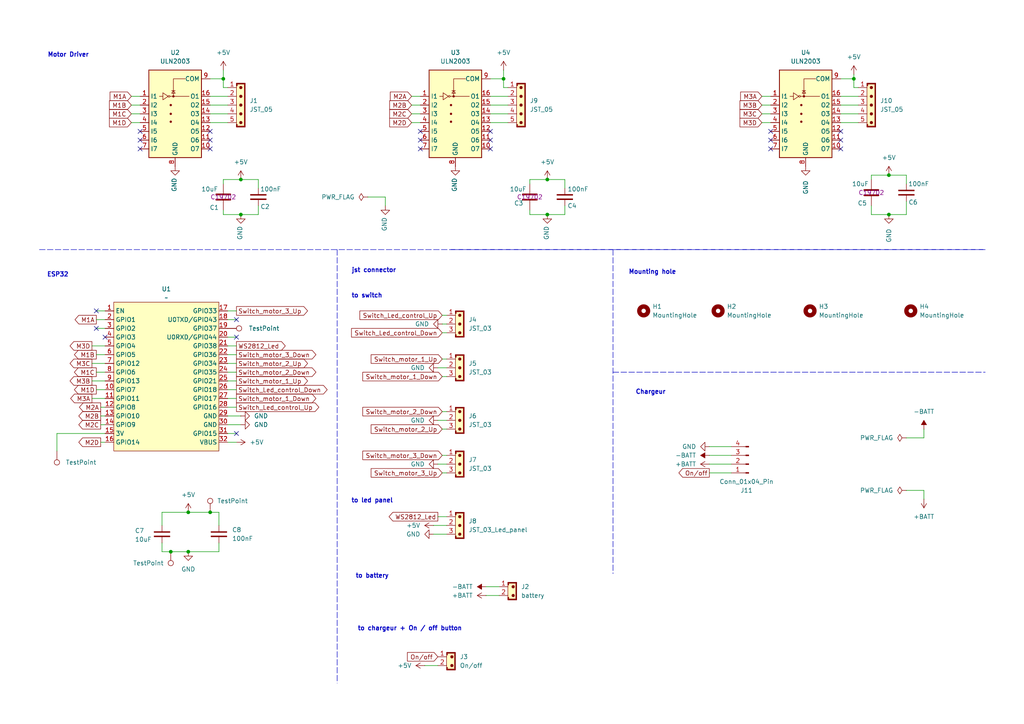
<source format=kicad_sch>
(kicad_sch (version 20250114) (generator "eeschema") (generator_version "9.0")
  (paper "A4")
  (title_block (title "Timer PCB") (date "27.05.25"))
  (lib_symbols
    (symbol "Connector:Conn_01x04_Pin" (pin_names (offset 1.016) (hide yes))
      (property "Reference" "J" (at 0 5.08 0))
      (property "Value" "Conn_01x04_Pin" (at 0 -7.62 0))
      (symbol "Conn_01x04_Pin_1_1"
        (rectangle (start 0.8636 2.667) (end 0 2.413) (stroke (width 0.1524)) (fill (type outline)))
        (rectangle (start 0.8636 0.127) (end 0 -0.127) (stroke (width 0.1524)) (fill (type outline)))
        (rectangle (start 0.8636 -2.413) (end 0 -2.667) (stroke (width 0.1524)) (fill (type outline)))
        (rectangle (start 0.8636 -4.953) (end 0 -5.207) (stroke (width 0.1524)) (fill (type outline)))
        (polyline (pts (xy 1.27 2.54) (xy 0.8636 2.54)) (stroke (width 0.1524)))
        (polyline (pts (xy 1.27 0) (xy 0.8636 0)) (stroke (width 0.1524)))
        (polyline (pts (xy 1.27 -2.54) (xy 0.8636 -2.54)) (stroke (width 0.1524)))
        (polyline (pts (xy 1.27 -5.08) (xy 0.8636 -5.08)) (stroke (width 0.1524)))
        (pin passive line (at 5.08 2.54 180) (length 3.81) (name "Pin_1") (number "1"))
        (pin passive line (at 5.08 0 180) (length 3.81) (name "Pin_2") (number "2"))
        (pin passive line (at 5.08 -2.54 180) (length 3.81) (name "Pin_3") (number "3"))
        (pin passive line (at 5.08 -5.08 180) (length 3.81) (name "Pin_4") (number "4"))
      )
    )
    (symbol "Connector:TestPoint" (pin_numbers (hide yes)) (pin_names (offset 0.762) (hide yes))
      (property "Reference" "TP" (at 0 6.858 0))
      (property "Value" "TestPoint" (at 0 5.08 0))
      (symbol "TestPoint_0_1"
        (circle (center 0 3.302) (radius 0.762))
      )
      (symbol "TestPoint_1_1"
        (pin passive line (at 0 0 90) (length 2.54) (name "1") (number "1"))
      )
    )
    (symbol "Device:C" (pin_numbers (hide yes)) (pin_names (offset 0.254))
      (property "Reference" "C" (at 0.635 2.54 0))
      (property "Value" "C" (at 0.635 -2.54 0))
      (symbol "C_0_1"
        (polyline (pts (xy -2.032 0.762) (xy 2.032 0.762)) (stroke (width 0.508)))
        (polyline (pts (xy -2.032 -0.762) (xy 2.032 -0.762)) (stroke (width 0.508)))
      )
      (symbol "C_1_1"
        (pin passive line (at 0 3.81 270) (length 2.794) (name "~") (number "1"))
        (pin passive line (at 0 -3.81 90) (length 2.794) (name "~") (number "2"))
      )
    )
    (symbol "Mechanical:MountingHole" (pin_names (offset 1.016)) (exclude_from_sim yes) (in_bom no)
      (property "Reference" "H" (at 0 5.08 0))
      (property "Value" "MountingHole" (at 0 3.175 0))
      (symbol "MountingHole_0_1"
        (circle (center 0 0) (radius 1.27) (stroke (width 1.27)))
      )
    )
    (symbol "PCM_SL_Connectors:JST_02"
      (property "Reference" "J" (at 0 7.62 0))
      (property "Value" "JST_02" (at 0 5.08 0))
      (symbol "JST_02_0_1"
        (rectangle (start -1.27 2.54) (end 1.27 -2.54) (fill (type background)))
        (polyline (pts (xy -1.27 -1.778) (xy -1.27 -2.54) (xy 1.27 -2.54) (xy 1.27 -1.778) (xy 1.016 -1.778) (xy 1.016 -2.286) (xy -1.016 -2.286) (xy -1.016 -1.778) (xy -1.27 -1.778)) (fill (type outline)))
        (circle (center 0.254 1.27) (radius 0.381) (fill (type outline)))
        (circle (center 0.254 -1.27) (radius 0.381) (fill (type outline)))
        (rectangle (start 1.016 1.778) (end 1.27 -1.778) (fill (type outline)))
        (polyline (pts (xy 1.27 1.778) (xy 1.27 2.54) (xy -1.27 2.54) (xy -1.27 1.778) (xy -1.016 1.778) (xy -1.016 2.286) (xy 1.016 2.286) (xy 1.016 1.778) (xy 1.27 1.778)) (fill (type outline)))
      )
      (symbol "JST_02_1_1"
        (pin passive line (at -3.81 1.27 0) (length 2.54) (name "") (number "1"))
        (pin passive line (at -3.81 -1.27 0) (length 2.54) (name "") (number "2"))
      )
    )
    (symbol "PCM_SL_Connectors:JST_03"
      (property "Reference" "J" (at 0 8.89 0))
      (property "Value" "JST_03" (at 0 6.35 0))
      (symbol "JST_03_0_1"
        (rectangle (start -1.27 3.81) (end 1.27 -3.81) (fill (type background)))
        (polyline (pts (xy -1.27 -3.048) (xy -1.27 -3.81) (xy 1.27 -3.81) (xy 1.27 -3.048) (xy 1.016 -3.048) (xy 1.016 -3.556) (xy -1.016 -3.556) (xy -1.016 -3.048) (xy -1.27 -3.048)) (fill (type outline)))
        (circle (center 0 2.54) (radius 0.381) (fill (type outline)))
        (circle (center 0 0) (radius 0.381) (fill (type outline)))
        (circle (center 0 -2.54) (radius 0.381) (fill (type outline)))
        (rectangle (start 1.016 3.048) (end 1.27 -3.048) (fill (type outline)))
        (polyline (pts (xy 1.27 3.048) (xy 1.27 3.81) (xy -1.27 3.81) (xy -1.27 3.048) (xy -1.016 3.048) (xy -1.016 3.556) (xy 1.016 3.556) (xy 1.016 3.048) (xy 1.27 3.048)) (fill (type outline)))
      )
      (symbol "JST_03_1_1"
        (pin passive line (at -3.81 2.54 0) (length 2.54) (name "") (number "1"))
        (pin passive line (at -3.81 0 0) (length 2.54) (name "") (number "2"))
        (pin passive line (at -3.81 -2.54 0) (length 2.54) (name "") (number "3"))
      )
    )
    (symbol "PCM_SL_Connectors:JST_05"
      (property "Reference" "J" (at 0 11.43 0))
      (property "Value" "JST_05" (at 0 8.89 0))
      (symbol "JST_05_0_1"
        (rectangle (start -1.27 6.35) (end 1.27 -6.35) (fill (type background)))
        (polyline (pts (xy -1.27 -5.588) (xy -1.27 -6.35) (xy 1.27 -6.35) (xy 1.27 -5.588) (xy 1.016 -5.588) (xy 1.016 -6.096) (xy -1.016 -6.096) (xy -1.016 -5.588) (xy -1.27 -5.588)) (fill (type outline)))
        (circle (center 0 5.08) (radius 0.381) (fill (type outline)))
        (circle (center 0 2.54) (radius 0.381) (fill (type outline)))
        (circle (center 0 0) (radius 0.381) (fill (type outline)))
        (circle (center 0 -2.54) (radius 0.381) (fill (type outline)))
        (circle (center 0 -5.08) (radius 0.381) (fill (type outline)))
        (rectangle (start 1.016 5.588) (end 1.27 -5.588) (fill (type outline)))
        (polyline (pts (xy 1.27 5.588) (xy 1.27 6.35) (xy -1.27 6.35) (xy -1.27 5.588) (xy -1.016 5.588) (xy -1.016 6.096) (xy 1.016 6.096) (xy 1.016 5.588) (xy 1.27 5.588)) (fill (type outline)))
      )
      (symbol "JST_05_1_1"
        (pin passive line (at -3.81 5.08 0) (length 2.54) (name "") (number "1"))
        (pin passive line (at -3.81 2.54 0) (length 2.54) (name "") (number "2"))
        (pin passive line (at -3.81 0 0) (length 2.54) (name "") (number "3"))
        (pin passive line (at -3.81 -2.54 0) (length 2.54) (name "") (number "4"))
        (pin passive line (at -3.81 -5.08 0) (length 2.54) (name "") (number "5"))
      )
    )
    (symbol "PCM_SL_Devices:Capacitor_NP"
      (property "Reference" "C" (at 0 6.35 0))
      (property "Value" "Capacitor_NP" (at 0 3.81 0))
      (symbol "Capacitor_NP_0_1"
        (rectangle (start -0.762 2.286) (end -0.508 -2.286) (fill (type outline)))
        (rectangle (start 0.508 2.286) (end 0.762 -2.286) (fill (type outline)))
      )
      (symbol "Capacitor_NP_1_1"
        (pin passive line (at -2.54 0 0) (length 2) (name "~") (number "1"))
        (pin input line (at 2.54 0 180) (length 2) (name "~") (number "2"))
      )
    )
    (symbol "Transistor_Array:ULN2003"
      (property "Reference" "U" (at 0 15.875 0))
      (property "Value" "ULN2003" (at 0 13.97 0))
      (symbol "ULN2003_0_1"
        (rectangle (start -7.62 -12.7) (end 7.62 12.7) (stroke (width 0.254)) (fill (type background)))
        (polyline (pts (xy -4.572 5.08) (xy -3.556 5.08)))
        (polyline (pts (xy -3.556 6.096) (xy -3.556 4.064) (xy -2.032 5.08) (xy -3.556 6.096)))
        (circle (center -1.778 5.08) (radius 0.254))
        (polyline (pts (xy -1.524 5.08) (xy 4.064 5.08)))
        (circle (center -1.27 2.54) (radius 0.254) (fill (type outline)))
        (circle (center -1.27 0) (radius 0.254) (fill (type outline)))
        (circle (center -1.27 -2.286) (radius 0.254) (fill (type outline)))
        (circle (center -0.508 5.08) (radius 0.254) (fill (type outline)))
        (polyline (pts (xy -0.508 5.08) (xy -0.508 10.16) (xy 2.921 10.16)))
        (polyline (pts (xy 0 6.731) (xy -1.016 6.731)))
        (polyline (pts (xy 0 5.969) (xy -1.016 5.969) (xy -0.508 6.731) (xy 0 5.969)))
      )
      (symbol "ULN2003_1_1"
        (pin input line (at -10.16 5.08 0) (length 2.54) (name "I1") (number "1"))
        (pin input line (at -10.16 2.54 0) (length 2.54) (name "I2") (number "2"))
        (pin input line (at -10.16 0 0) (length 2.54) (name "I3") (number "3"))
        (pin input line (at -10.16 -2.54 0) (length 2.54) (name "I4") (number "4"))
        (pin input line (at -10.16 -5.08 0) (length 2.54) (name "I5") (number "5"))
        (pin input line (at -10.16 -7.62 0) (length 2.54) (name "I6") (number "6"))
        (pin input line (at -10.16 -10.16 0) (length 2.54) (name "I7") (number "7"))
        (pin power_in line (at 0 -15.24 90) (length 2.54) (name "GND") (number "8"))
        (pin passive line (at 10.16 10.16 180) (length 2.54) (name "COM") (number "9"))
        (pin open_collector line (at 10.16 5.08 180) (length 2.54) (name "O1") (number "16"))
        (pin open_collector line (at 10.16 2.54 180) (length 2.54) (name "O2") (number "15"))
        (pin open_collector line (at 10.16 0 180) (length 2.54) (name "O3") (number "14"))
        (pin open_collector line (at 10.16 -2.54 180) (length 2.54) (name "O4") (number "13"))
        (pin open_collector line (at 10.16 -5.08 180) (length 2.54) (name "O5") (number "12"))
        (pin open_collector line (at 10.16 -7.62 180) (length 2.54) (name "O6") (number "11"))
        (pin open_collector line (at 10.16 -10.16 180) (length 2.54) (name "O7") (number "10"))
      )
    )
    (symbol "Weemos:S3-Mini"
      (property "Reference" "U" (at 0 0 0))
      (symbol "S3-Mini_1_1"
        (rectangle (start -15.24 21.59) (end 15.24 -21.59) (fill (type background)))
        (pin bidirectional line (at -17.78 19.05 0) (length 2.54) (name "EN") (number "1"))
        (pin bidirectional line (at -17.78 16.51 0) (length 2.54) (name "GPIO1") (number "2"))
        (pin bidirectional line (at -17.78 13.97 0) (length 2.54) (name "GPIO2") (number "3"))
        (pin bidirectional line (at -17.78 11.43 0) (length 2.54) (name "GPIO3") (number "4"))
        (pin bidirectional line (at -17.78 8.89 0) (length 2.54) (name "GPIO4") (number "5"))
        (pin bidirectional line (at -17.78 6.35 0) (length 2.54) (name "GPIO5") (number "6"))
        (pin bidirectional line (at -17.78 3.81 0) (length 2.54) (name "GPIO12") (number "7"))
        (pin bidirectional line (at -17.78 1.27 0) (length 2.54) (name "GPIO6") (number "8"))
        (pin bidirectional line (at -17.78 -1.27 0) (length 2.54) (name "GPIO13") (number "9"))
        (pin bidirectional line (at -17.78 -3.81 0) (length 2.54) (name "GPIO7") (number "10"))
        (pin bidirectional line (at -17.78 -6.35 0) (length 2.54) (name "GPIO11") (number "11"))
        (pin bidirectional line (at -17.78 -8.89 0) (length 2.54) (name "GPIO8") (number "12"))
        (pin bidirectional line (at -17.78 -11.43 0) (length 2.54) (name "GPIO10") (number "13"))
        (pin bidirectional line (at -17.78 -13.97 0) (length 2.54) (name "GPIO9") (number "14"))
        (pin power_out line (at -17.78 -16.51 0) (length 2.54) (name "3V") (number "15"))
        (pin bidirectional line (at -17.78 -19.05 0) (length 2.54) (name "GPIO14") (number "16"))
        (pin bidirectional line (at 17.78 19.05 180) (length 2.54) (name "GPIO33") (number "17"))
        (pin bidirectional line (at 17.78 16.51 180) (length 2.54) (name "U0TXD/GPIO43") (number "18"))
        (pin bidirectional line (at 17.78 13.97 180) (length 2.54) (name "GPIO37") (number "19"))
        (pin bidirectional line (at 17.78 11.43 180) (length 2.54) (name "U0RXD/GPIO44") (number "20"))
        (pin bidirectional line (at 17.78 8.89 180) (length 2.54) (name "GPIO38") (number "21"))
        (pin bidirectional line (at 17.78 6.35 180) (length 2.54) (name "GPIO36") (number "22"))
        (pin bidirectional line (at 17.78 3.81 180) (length 2.54) (name "GPIO34") (number "23"))
        (pin bidirectional line (at 17.78 1.27 180) (length 2.54) (name "GPIO35") (number "24"))
        (pin bidirectional line (at 17.78 -1.27 180) (length 2.54) (name "GPIO21") (number "25"))
        (pin bidirectional line (at 17.78 -3.81 180) (length 2.54) (name "GPIO18") (number "26"))
        (pin bidirectional line (at 17.78 -6.35 180) (length 2.54) (name "GPIO17") (number "27"))
        (pin bidirectional line (at 17.78 -8.89 180) (length 2.54) (name "GPIO16") (number "28"))
        (pin power_in line (at 17.78 -11.43 180) (length 2.54) (name "GND") (number "29"))
        (pin power_in line (at 17.78 -13.97 180) (length 2.54) (name "GND") (number "30"))
        (pin bidirectional line (at 17.78 -16.51 180) (length 2.54) (name "GPIO15") (number "31"))
        (pin power_in line (at 17.78 -19.05 180) (length 2.54) (name "VBUS") (number "32"))
      )
    )
    (symbol "power:+5V" (power) (pin_numbers (hide yes)) (pin_names (offset 0) (hide yes))
      (property "Value" "+5V" (at 0 3.556 0))
      (symbol "+5V_0_1"
        (polyline (pts (xy -0.762 1.27) (xy 0 2.54)))
        (polyline (pts (xy 0 2.54) (xy 0.762 1.27)))
        (polyline (pts (xy 0 0) (xy 0 2.54)))
      )
      (symbol "+5V_1_1"
        (pin power_in line (at 0 0 90) (length 0) (name "~") (number "1"))
      )
    )
    (symbol "power:+BATT" (power) (pin_numbers (hide yes)) (pin_names (offset 0) (hide yes))
      (property "Value" "+BATT" (at 0 3.556 0))
      (symbol "+BATT_0_1"
        (polyline (pts (xy -0.762 1.27) (xy 0 2.54)))
        (polyline (pts (xy 0 2.54) (xy 0.762 1.27)))
        (polyline (pts (xy 0 0) (xy 0 2.54)))
      )
      (symbol "+BATT_1_1"
        (pin power_in line (at 0 0 90) (length 0) (name "~") (number "1"))
      )
    )
    (symbol "power:-BATT" (power) (pin_numbers (hide yes)) (pin_names (offset 0) (hide yes))
      (property "Value" "-BATT" (at 0 3.556 0))
      (symbol "-BATT_0_1"
        (polyline (pts (xy 0 0) (xy 0 2.54)))
        (polyline (pts (xy 0.762 1.27) (xy -0.762 1.27) (xy 0 2.54) (xy 0.762 1.27)) (fill (type outline)))
      )
      (symbol "-BATT_1_1"
        (pin power_in line (at 0 0 90) (length 0) (name "~") (number "1"))
      )
    )
    (symbol "power:GND" (power) (pin_numbers (hide yes)) (pin_names (offset 0) (hide yes))
      (property "Value" "GND" (at 0 -3.81 0))
      (symbol "GND_0_1"
        (polyline (pts (xy 0 0) (xy 0 -1.27) (xy 1.27 -1.27) (xy 0 -2.54) (xy -1.27 -1.27) (xy 0 -1.27)))
      )
      (symbol "GND_1_1"
        (pin power_in line (at 0 0 270) (length 0) (name "~") (number "1"))
      )
    )
    (symbol "power:PWR_FLAG" (power) (pin_numbers (hide yes)) (pin_names (offset 0) (hide yes))
      (property "Value" "PWR_FLAG" (at 0 3.81 0))
      (symbol "PWR_FLAG_0_0"
        (pin power_out line (at 0 0 90) (length 0) (name "~") (number "1"))
      )
      (symbol "PWR_FLAG_0_1"
        (polyline (pts (xy 0 0) (xy 0 1.27) (xy -1.016 1.905) (xy 0 2.54) (xy 1.016 1.905) (xy 0 1.27)))
      )
    )
    (symbol "power:VCC" (power) (pin_numbers (hide yes)) (pin_names (offset 0) (hide yes))
      (property "Value" "VCC" (at 0 3.556 0))
      (symbol "VCC_0_1"
        (polyline (pts (xy -0.762 1.27) (xy 0 2.54)))
        (polyline (pts (xy 0 2.54) (xy 0.762 1.27)))
        (polyline (pts (xy 0 0) (xy 0 2.54)))
      )
      (symbol "VCC_1_1"
        (pin power_in line (at 0 0 90) (length 0) (name "~") (number "1"))
      )
    )
  )
  (text "Mounting hole\n" (at 189.23 78.994 0) (effects (font (size 1.27 1.27) (thickness 0.254) (bold yes))))
  (text "to led panel\n" (at 107.95 145.288 0) (effects (font (size 1.27 1.27) (thickness 0.254) (bold yes))))
  (text "Motor Driver\n" (at 19.812 16.002 0) (effects (font (size 1.27 1.27) (thickness 0.254) (bold yes))))
  (text "to chargeur + On / off button\n" (at 118.872 182.372 0) (effects (font (size 1.27 1.27) (thickness 0.254) (bold yes))))
  (text "jst connector\n" (at 108.458 78.486 0) (effects (font (size 1.27 1.27) (thickness 0.254) (bold yes))))
  (text "Chargeur" (at 188.722 113.792 0) (effects (font (size 1.27 1.27) (thickness 0.254) (bold yes))))
  (text "to battery\n\n" (at 107.95 168.148 0) (effects (font (size 1.27 1.27) (thickness 0.254) (bold yes))))
  (text "to switch\n" (at 106.426 85.852 0) (effects (font (size 1.27 1.27) (thickness 0.254) (bold yes))))
  (text "ESP32\n" (at 16.764 79.756 0) (effects (font (size 1.27 1.27) (thickness 0.254) (bold yes))))
  (junction (at 60.96 148.59))
  (junction (at 64.77 22.86))
  (junction (at 54.61 148.59))
  (junction (at 49.53 160.02))
  (junction (at 257.81 62.23))
  (junction (at 54.61 160.02))
  (junction (at 158.75 52.07))
  (junction (at 69.85 62.23))
  (junction (at 146.05 22.86))
  (junction (at 158.75 62.23))
  (junction (at 257.81 50.8))
  (junction (at 69.85 52.07))
  (junction (at 247.65 22.86))
  (no_connect (at 40.64 43.18))
  (no_connect (at 40.64 38.1))
  (no_connect (at 60.96 40.64))
  (no_connect (at 142.24 40.64))
  (no_connect (at 121.92 38.1))
  (no_connect (at 243.84 38.1))
  (no_connect (at 142.24 38.1))
  (no_connect (at 223.52 38.1))
  (no_connect (at 121.92 43.18))
  (no_connect (at 243.84 40.64))
  (no_connect (at 243.84 43.18))
  (no_connect (at 40.64 40.64))
  (no_connect (at 223.52 40.64))
  (no_connect (at 27.94 90.17))
  (no_connect (at 60.96 43.18))
  (no_connect (at 60.96 38.1))
  (no_connect (at 30.48 97.79))
  (no_connect (at 68.58 97.79))
  (no_connect (at 68.58 92.71))
  (no_connect (at 142.24 43.18))
  (no_connect (at 68.58 125.73))
  (no_connect (at 223.52 43.18))
  (no_connect (at 27.94 95.25))
  (no_connect (at 121.92 40.64))
  (wire (pts (xy 243.84 27.94) (xy 248.92 27.94)))
  (wire (pts (xy 26.67 100.33) (xy 30.48 100.33)))
  (wire (pts (xy 66.04 120.65) (xy 69.85 120.65)))
  (wire (pts (xy 128.27 104.14) (xy 129.54 104.14)))
  (wire (pts (xy 54.61 148.59) (xy 60.96 148.59)))
  (wire (pts (xy 248.92 35.56) (xy 243.84 35.56)))
  (wire (pts (xy 66.04 97.79) (xy 68.58 97.79)))
  (wire (pts (xy 128.27 132.08) (xy 129.54 132.08)))
  (wire (pts (xy 252.73 52.07) (xy 252.73 50.8)))
  (wire (pts (xy 60.96 33.02) (xy 66.04 33.02)))
  (wire (pts (xy 64.77 62.23) (xy 64.77 60.96)))
  (wire (pts (xy 38.1 33.02) (xy 40.64 33.02)))
  (wire (pts (xy 243.84 30.48) (xy 248.92 30.48)))
  (wire (pts (xy 142.24 33.02) (xy 147.32 33.02)))
  (wire (pts (xy 128.27 96.52) (xy 129.54 96.52)))
  (wire (pts (xy 128.27 137.16) (xy 129.54 137.16)))
  (wire (pts (xy 111.76 57.15) (xy 111.76 59.69)))
  (wire (pts (xy 220.98 35.56) (xy 223.52 35.56)))
  (wire (pts (xy 38.1 27.94) (xy 40.64 27.94)))
  (wire (pts (xy 66.04 113.03) (xy 68.58 113.03)))
  (wire (pts (xy 27.94 113.03) (xy 30.48 113.03)))
  (polyline (pts (xy 177.8 107.95) (xy 285.75 107.95)) (stroke (width 0) (type dash)))
  (wire (pts (xy 27.94 92.71) (xy 30.48 92.71)))
  (wire (pts (xy 46.99 157.48) (xy 46.99 160.02)))
  (wire (pts (xy 146.05 22.86) (xy 146.05 20.32)))
  (wire (pts (xy 66.04 90.17) (xy 68.58 90.17)))
  (wire (pts (xy 163.83 59.69) (xy 163.83 62.23)))
  (wire (pts (xy 66.04 125.73) (xy 68.58 125.73)))
  (wire (pts (xy 66.04 35.56) (xy 60.96 35.56)))
  (wire (pts (xy 66.04 128.27) (xy 68.58 128.27)))
  (wire (pts (xy 146.05 25.4) (xy 147.32 25.4)))
  (wire (pts (xy 220.98 27.94) (xy 223.52 27.94)))
  (wire (pts (xy 123.19 193.04) (xy 127 193.04)))
  (wire (pts (xy 142.24 27.94) (xy 147.32 27.94)))
  (wire (pts (xy 66.04 118.11) (xy 68.58 118.11)))
  (wire (pts (xy 64.77 25.4) (xy 66.04 25.4)))
  (polyline (pts (xy 97.79 72.39) (xy 97.79 198.12)) (stroke (width 0) (type dash)))
  (wire (pts (xy 27.94 90.17) (xy 30.48 90.17)))
  (polyline (pts (xy 177.8 72.39) (xy 177.8 166.37)) (stroke (width 0) (type dash)))
  (wire (pts (xy 26.67 115.57) (xy 30.48 115.57)))
  (wire (pts (xy 119.38 27.94) (xy 121.92 27.94)))
  (wire (pts (xy 262.89 58.42) (xy 262.89 62.23)))
  (wire (pts (xy 247.65 22.86) (xy 247.65 21.59)))
  (wire (pts (xy 66.04 100.33) (xy 68.58 100.33)))
  (polyline (pts (xy 130.81 72.39) (xy 285.75 72.39)) (stroke (width 0) (type dash)))
  (wire (pts (xy 205.74 134.62) (xy 212.09 134.62)))
  (polyline (pts (xy 11.43 72.39) (xy 285.75 72.39)) (stroke (width 0) (type dash)))
  (wire (pts (xy 16.51 130.81) (xy 16.51 125.73)))
  (wire (pts (xy 153.67 62.23) (xy 158.75 62.23)))
  (wire (pts (xy 60.96 30.48) (xy 66.04 30.48)))
  (wire (pts (xy 60.96 27.94) (xy 66.04 27.94)))
  (wire (pts (xy 27.94 95.25) (xy 30.48 95.25)))
  (wire (pts (xy 60.96 22.86) (xy 64.77 22.86)))
  (wire (pts (xy 46.99 148.59) (xy 54.61 148.59)))
  (wire (pts (xy 27.94 102.87) (xy 30.48 102.87)))
  (wire (pts (xy 69.85 52.07) (xy 74.93 52.07)))
  (wire (pts (xy 205.74 129.54) (xy 212.09 129.54)))
  (wire (pts (xy 29.21 123.19) (xy 30.48 123.19)))
  (wire (pts (xy 153.67 53.34) (xy 153.67 52.07)))
  (wire (pts (xy 66.04 107.95) (xy 68.58 107.95)))
  (wire (pts (xy 163.83 52.07) (xy 163.83 54.61)))
  (wire (pts (xy 252.73 59.69) (xy 252.73 62.23)))
  (wire (pts (xy 220.98 33.02) (xy 223.52 33.02)))
  (wire (pts (xy 127 149.86) (xy 129.54 149.86)))
  (wire (pts (xy 27.94 107.95) (xy 30.48 107.95)))
  (wire (pts (xy 66.04 92.71) (xy 68.58 92.71)))
  (wire (pts (xy 46.99 148.59) (xy 46.99 152.4)))
  (wire (pts (xy 64.77 52.07) (xy 69.85 52.07)))
  (wire (pts (xy 142.24 30.48) (xy 147.32 30.48)))
  (wire (pts (xy 38.1 35.56) (xy 40.64 35.56)))
  (wire (pts (xy 29.21 128.27) (xy 30.48 128.27)))
  (wire (pts (xy 29.21 120.65) (xy 30.48 120.65)))
  (wire (pts (xy 63.5 157.48) (xy 63.5 160.02)))
  (wire (pts (xy 243.84 33.02) (xy 248.92 33.02)))
  (wire (pts (xy 46.99 160.02) (xy 49.53 160.02)))
  (wire (pts (xy 163.83 62.23) (xy 158.75 62.23)))
  (wire (pts (xy 69.85 62.23) (xy 64.77 62.23)))
  (wire (pts (xy 127 121.92) (xy 129.54 121.92)))
  (wire (pts (xy 262.89 142.24) (xy 267.97 142.24)))
  (wire (pts (xy 158.75 52.07) (xy 163.83 52.07)))
  (wire (pts (xy 64.77 20.32) (xy 64.77 22.86)))
  (wire (pts (xy 66.04 115.57) (xy 68.58 115.57)))
  (wire (pts (xy 74.93 59.69) (xy 74.93 62.23)))
  (wire (pts (xy 119.38 30.48) (xy 121.92 30.48)))
  (wire (pts (xy 128.27 124.46) (xy 129.54 124.46)))
  (wire (pts (xy 146.05 25.4) (xy 146.05 22.86)))
  (wire (pts (xy 66.04 102.87) (xy 68.58 102.87)))
  (wire (pts (xy 153.67 52.07) (xy 158.75 52.07)))
  (wire (pts (xy 140.97 170.18) (xy 144.78 170.18)))
  (wire (pts (xy 74.93 62.23) (xy 69.85 62.23)))
  (wire (pts (xy 66.04 105.41) (xy 68.58 105.41)))
  (wire (pts (xy 119.38 35.56) (xy 121.92 35.56)))
  (wire (pts (xy 49.53 160.02) (xy 54.61 160.02)))
  (wire (pts (xy 144.78 172.72) (xy 140.97 172.72)))
  (wire (pts (xy 257.81 62.23) (xy 252.73 62.23)))
  (wire (pts (xy 128.27 93.98) (xy 129.54 93.98)))
  (wire (pts (xy 262.89 62.23) (xy 257.81 62.23)))
  (wire (pts (xy 243.84 22.86) (xy 247.65 22.86)))
  (wire (pts (xy 66.04 110.49) (xy 68.58 110.49)))
  (wire (pts (xy 205.74 137.16) (xy 212.09 137.16)))
  (wire (pts (xy 29.21 118.11) (xy 30.48 118.11)))
  (wire (pts (xy 267.97 142.24) (xy 267.97 144.78)))
  (wire (pts (xy 63.5 148.59) (xy 63.5 152.4)))
  (wire (pts (xy 125.73 154.94) (xy 129.54 154.94)))
  (wire (pts (xy 128.27 119.38) (xy 129.54 119.38)))
  (wire (pts (xy 262.89 127) (xy 267.97 127)))
  (wire (pts (xy 64.77 53.34) (xy 64.77 52.07)))
  (wire (pts (xy 106.68 57.15) (xy 111.76 57.15)))
  (wire (pts (xy 128.27 109.22) (xy 129.54 109.22)))
  (wire (pts (xy 127 106.68) (xy 129.54 106.68)))
  (wire (pts (xy 26.67 105.41) (xy 30.48 105.41)))
  (wire (pts (xy 125.73 152.4) (xy 129.54 152.4)))
  (wire (pts (xy 16.51 125.73) (xy 30.48 125.73)))
  (wire (pts (xy 262.89 50.8) (xy 262.89 53.34)))
  (wire (pts (xy 119.38 33.02) (xy 121.92 33.02)))
  (wire (pts (xy 127 134.62) (xy 129.54 134.62)))
  (wire (pts (xy 38.1 30.48) (xy 40.64 30.48)))
  (wire (pts (xy 147.32 35.56) (xy 142.24 35.56)))
  (wire (pts (xy 74.93 52.07) (xy 74.93 54.61)))
  (wire (pts (xy 205.74 132.08) (xy 212.09 132.08)))
  (wire (pts (xy 66.04 123.19) (xy 69.85 123.19)))
  (wire (pts (xy 247.65 25.4) (xy 247.65 22.86)))
  (wire (pts (xy 267.97 124.46) (xy 267.97 127)))
  (wire (pts (xy 128.27 91.44) (xy 129.54 91.44)))
  (wire (pts (xy 60.96 148.59) (xy 63.5 148.59)))
  (wire (pts (xy 220.98 30.48) (xy 223.52 30.48)))
  (wire (pts (xy 64.77 25.4) (xy 64.77 22.86)))
  (wire (pts (xy 247.65 25.4) (xy 248.92 25.4)))
  (wire (pts (xy 153.67 60.96) (xy 153.67 62.23)))
  (wire (pts (xy 54.61 160.02) (xy 63.5 160.02)))
  (wire (pts (xy 252.73 50.8) (xy 257.81 50.8)))
  (wire (pts (xy 26.67 110.49) (xy 30.48 110.49)))
  (wire (pts (xy 257.81 50.8) (xy 262.89 50.8)))
  (wire (pts (xy 142.24 22.86) (xy 146.05 22.86)))
  (global_label "Switch_motor_3_Up" (shape input) (at 128.27 137.16 180) (property "Intersheetrefs" "${INTERSHEET_REFS}" (effects (hide yes))))
  (global_label "M2C" (shape input) (at 119.38 33.02 180) (property "Intersheetrefs" "${INTERSHEET_REFS}" (effects (hide yes))))
  (global_label "Switch_motor_1_Up" (shape input) (at 128.27 104.14 180) (property "Intersheetrefs" "${INTERSHEET_REFS}" (effects (hide yes))))
  (global_label "M1C" (shape input) (at 38.1 33.02 180) (property "Intersheetrefs" "${INTERSHEET_REFS}" (effects (hide yes))))
  (global_label "Switch_Led_control_Down" (shape output) (at 68.58 113.03 0) (property "Intersheetrefs" "${INTERSHEET_REFS}" (effects (hide yes))))
  (global_label "M2D" (shape output) (at 29.21 128.27 180) (property "Intersheetrefs" "${INTERSHEET_REFS}" (effects (hide yes))))
  (global_label "On{slash}off" (shape input) (at 127 190.5 180) (property "Intersheetrefs" "${INTERSHEET_REFS}" (effects (hide yes))))
  (global_label "Switch_Led_control_Down" (shape input) (at 128.27 96.52 180) (property "Intersheetrefs" "${INTERSHEET_REFS}" (effects (hide yes))))
  (global_label "WS2812_Led" (shape output) (at 68.58 100.33 0) (property "Intersheetrefs" "${INTERSHEET_REFS}" (effects (hide yes))))
  (global_label "On{slash}off" (shape output) (at 205.74 137.16 180) (property "Intersheetrefs" "${INTERSHEET_REFS}" (effects (hide yes))))
  (global_label "Switch_Led_control_Up" (shape input) (at 128.27 91.44 180) (property "Intersheetrefs" "${INTERSHEET_REFS}" (effects (hide yes))))
  (global_label "M1A" (shape input) (at 38.1 27.94 180) (property "Intersheetrefs" "${INTERSHEET_REFS}" (effects (hide yes))))
  (global_label "Switch_motor_2_Up" (shape input) (at 128.27 124.46 180) (property "Intersheetrefs" "${INTERSHEET_REFS}" (effects (hide yes))))
  (global_label "M1B" (shape output) (at 27.94 102.87 180) (property "Intersheetrefs" "${INTERSHEET_REFS}" (effects (hide yes))))
  (global_label "M2B" (shape input) (at 119.38 30.48 180) (property "Intersheetrefs" "${INTERSHEET_REFS}" (effects (hide yes))))
  (global_label "M3B" (shape output) (at 26.67 110.49 180) (property "Intersheetrefs" "${INTERSHEET_REFS}" (effects (hide yes))))
  (global_label "Switch_motor_3_Down" (shape output) (at 68.58 102.87 0) (property "Intersheetrefs" "${INTERSHEET_REFS}" (effects (hide yes))))
  (global_label "M3A" (shape output) (at 26.67 115.57 180) (property "Intersheetrefs" "${INTERSHEET_REFS}" (effects (hide yes))))
  (global_label "M2B" (shape output) (at 29.21 120.65 180) (property "Intersheetrefs" "${INTERSHEET_REFS}" (effects (hide yes))))
  (global_label "M1C" (shape output) (at 27.94 107.95 180) (property "Intersheetrefs" "${INTERSHEET_REFS}" (effects (hide yes))))
  (global_label "WS2812_Led" (shape output) (at 127 149.86 180) (property "Intersheetrefs" "${INTERSHEET_REFS}" (effects (hide yes))))
  (global_label "M1A" (shape output) (at 27.94 92.71 180) (property "Intersheetrefs" "${INTERSHEET_REFS}" (effects (hide yes))))
  (global_label "M3D" (shape output) (at 26.67 100.33 180) (property "Intersheetrefs" "${INTERSHEET_REFS}" (effects (hide yes))))
  (global_label "M1D" (shape input) (at 38.1 35.56 180) (property "Intersheetrefs" "${INTERSHEET_REFS}" (effects (hide yes))))
  (global_label "M3A" (shape input) (at 220.98 27.94 180) (property "Intersheetrefs" "${INTERSHEET_REFS}" (effects (hide yes))))
  (global_label "Switch_motor_1_Up" (shape output) (at 68.58 110.49 0) (property "Intersheetrefs" "${INTERSHEET_REFS}" (effects (hide yes))))
  (global_label "Switch_motor_3_Up" (shape output) (at 68.58 90.17 0) (property "Intersheetrefs" "${INTERSHEET_REFS}" (effects (hide yes))))
  (global_label "Switch_motor_1_Down" (shape output) (at 68.58 115.57 0) (property "Intersheetrefs" "${INTERSHEET_REFS}" (effects (hide yes))))
  (global_label "M1D" (shape output) (at 27.94 113.03 180) (property "Intersheetrefs" "${INTERSHEET_REFS}" (effects (hide yes))))
  (global_label "M3D" (shape input) (at 220.98 35.56 180) (property "Intersheetrefs" "${INTERSHEET_REFS}" (effects (hide yes))))
  (global_label "M2D" (shape input) (at 119.38 35.56 180) (property "Intersheetrefs" "${INTERSHEET_REFS}" (effects (hide yes))))
  (global_label "Switch_motor_1_Down" (shape input) (at 128.27 109.22 180) (property "Intersheetrefs" "${INTERSHEET_REFS}" (effects (hide yes))))
  (global_label "M3C" (shape input) (at 220.98 33.02 180) (property "Intersheetrefs" "${INTERSHEET_REFS}" (effects (hide yes))))
  (global_label "M3B" (shape input) (at 220.98 30.48 180) (property "Intersheetrefs" "${INTERSHEET_REFS}" (effects (hide yes))))
  (global_label "Switch_Led_control_Up" (shape output) (at 68.58 118.11 0) (property "Intersheetrefs" "${INTERSHEET_REFS}" (effects (hide yes))))
  (global_label "M2A" (shape input) (at 119.38 27.94 180) (property "Intersheetrefs" "${INTERSHEET_REFS}" (effects (hide yes))))
  (global_label "Switch_motor_2_Down" (shape output) (at 68.58 107.95 0) (property "Intersheetrefs" "${INTERSHEET_REFS}" (effects (hide yes))))
  (global_label "M1B" (shape input) (at 38.1 30.48 180) (property "Intersheetrefs" "${INTERSHEET_REFS}" (effects (hide yes))))
  (global_label "M2A" (shape output) (at 29.21 118.11 180) (property "Intersheetrefs" "${INTERSHEET_REFS}" (effects (hide yes))))
  (global_label "Switch_motor_3_Down" (shape input) (at 128.27 132.08 180) (property "Intersheetrefs" "${INTERSHEET_REFS}" (effects (hide yes))))
  (global_label "Switch_motor_2_Down" (shape input) (at 128.27 119.38 180) (property "Intersheetrefs" "${INTERSHEET_REFS}" (effects (hide yes))))
  (global_label "M2C" (shape output) (at 29.21 123.19 180) (property "Intersheetrefs" "${INTERSHEET_REFS}" (effects (hide yes))))
  (global_label "Switch_motor_2_Up" (shape output) (at 68.58 105.41 0) (property "Intersheetrefs" "${INTERSHEET_REFS}" (effects (hide yes))))
  (global_label "M3C" (shape output) (at 26.67 105.41 180) (property "Intersheetrefs" "${INTERSHEET_REFS}" (effects (hide yes))))
  (symbol (lib_id "power:+BATT") (at 140.97 172.72 90) (unit 1)
    (property "Reference" "#PWR05" (effects (hide yes)))
    (property "Value" "+BATT" (at 137.16 172.7199 90) (effects (justify left)))
    (property "Description" "Power symbol creates a global label with name \"+BATT\"" (effects (hide yes)))
  )
  (symbol (lib_id "Mechanical:MountingHole") (at 186.69 90.17 0) (unit 1) (in_bom no)
    (property "Reference" "H1" (at 189.23 88.8999 0) (effects (justify left)))
    (property "Value" "MountingHole" (at 189.23 91.4399 0) (effects (justify left)))
    (property "Footprint" "MountingHole:MountingHole_3.2mm_M3_DIN965_Pad_TopOnly" (effects (hide yes)))
    (property "Description" "Mounting Hole without connection" (effects (hide yes)))
  )
  (symbol (lib_id "power:GND") (at 233.68 48.26 0) (unit 1)
    (property "Reference" "#PWR014" (effects (hide yes)))
    (property "Value" "GND" (at 233.68 52.324 90) (effects (justify right)))
    (property "Description" "Power symbol creates a global label with name \"GND\" , ground" (effects (hide yes)))
  )
  (symbol (lib_id "power:GND") (at 127 121.92 270) (unit 1)
    (property "Reference" "#PWR08" (effects (hide yes)))
    (property "Value" "GND" (at 123.19 121.9199 90) (effects (justify right)))
    (property "Description" "Power symbol creates a global label with name \"GND\" , ground" (effects (hide yes)))
  )
  (symbol (lib_id "Weemos:S3-Mini") (at 48.26 109.22 0) (unit 1)
    (property "Reference" "U1" (at 48.26 83.82 0))
    (property "Value" "~" (at 48.26 86.36 0))
    (property "Footprint" "Weemos:S3 Mini" (effects (hide yes)))
  )
  (symbol (lib_id "PCM_SL_Connectors:JST_03") (at 133.35 121.92 0) (unit 1)
    (property "Reference" "J6" (at 135.89 120.6499 0) (effects (justify left)))
    (property "Value" "JST_03" (at 135.89 123.1899 0) (effects (justify left)))
    (property "Footprint" "Connector_JST:JST_XH_S3B-XH-A-1_1x03_P2.50mm_Horizontal" (effects (hide yes)))
    (property "Description" "JST Connector  3 pins" (effects (hide yes)))
  )
  (symbol (lib_id "PCM_SL_Connectors:JST_02") (at 130.81 191.77 0) (unit 1)
    (property "Reference" "J3" (at 133.35 190.4999 0) (effects (justify left)))
    (property "Value" "On/off" (at 133.35 193.0399 0) (effects (justify left)))
    (property "Footprint" "Connector_JST:JST_XH_B2B-XH-AM_1x02_P2.50mm_Vertical" (effects (hide yes)))
    (property "Description" "JST Connector  2 pins" (effects (hide yes)))
  )
  (symbol (lib_id "power:GND") (at 128.27 93.98 270) (unit 1)
    (property "Reference" "#PWR010" (effects (hide yes)))
    (property "Value" "GND" (at 124.46 93.9799 90) (effects (justify right)))
    (property "Description" "Power symbol creates a global label with name \"GND\" , ground" (effects (hide yes)))
  )
  (symbol (lib_id "PCM_SL_Devices:Capacitor_NP") (at 262.89 55.88 90) (unit 1)
    (property "Reference" "C6" (at 266.192 58.674 90) (effects (justify left)))
    (property "Value" "100nF" (at 269.494 53.34 90) (effects (justify left)))
    (property "Footprint" "Capacitor_SMD:C_0603_1608Metric" (effects (hide yes)))
    (property "Description" "Unpolarized Capacitor" (effects (hide yes)))
    (property "JLCPCB Part #" "C1525" (effects (hide yes)))
  )
  (symbol (lib_id "Transistor_Array:ULN2003") (at 132.08 33.02 0) (unit 1)
    (property "Reference" "U3" (at 132.08 15.24 0))
    (property "Value" "ULN2003" (at 132.08 17.78 0))
    (property "Footprint" "Package_SO:SOIC-16_4.55x10.3mm_P1.27mm" (effects (hide yes)))
    (property "Datasheet" "http://www.ti.com/lit/ds/symlink/uln2003a.pdf" (effects (hide yes)))
    (property "Description" "High Voltage, High Current Darlington Transistor Arrays, SOIC16/SOIC16W/DIP16/TSSOP16" (effects (hide yes)))
    (property "LCSC" "C7512" (effects (hide yes)))
  )
  (symbol (lib_id "power:+BATT") (at 267.97 144.78 180) (unit 1)
    (property "Reference" "#PWR031" (effects (hide yes)))
    (property "Value" "+BATT" (at 267.97 149.86 0))
    (property "Description" "Power symbol creates a global label with name \"+BATT\"" (effects (hide yes)))
  )
  (symbol (lib_id "power:VCC") (at 54.61 148.59 0) (unit 1)
    (property "Reference" "#PWR028" (effects (hide yes)))
    (property "Value" "+5V" (at 54.61 143.51 0))
    (property "Description" "Power symbol creates a global label with name \"VCC\"" (effects (hide yes)))
  )
  (symbol (lib_id "power:PWR_FLAG") (at 106.68 57.15 90) (unit 1)
    (property "Reference" "#FLG05" (effects (hide yes)))
    (property "Value" "PWR_FLAG" (at 102.87 57.1499 90) (effects (justify left)))
    (property "Description" "Special symbol for telling ERC where power comes from" (effects (hide yes)))
  )
  (symbol (lib_id "power:GND") (at 132.08 48.26 0) (unit 1)
    (property "Reference" "#PWR018" (effects (hide yes)))
    (property "Value" "GND" (at 131.826 51.562 90) (effects (justify right)))
    (property "Description" "Power symbol creates a global label with name \"GND\" , ground" (effects (hide yes)))
  )
  (symbol (lib_id "power:VCC") (at 68.58 128.27 270) (unit 1)
    (property "Reference" "#PWR025" (effects (hide yes)))
    (property "Value" "+5V" (at 72.39 128.2699 90) (effects (justify left)))
    (property "Description" "Power symbol creates a global label with name \"VCC\"" (effects (hide yes)))
  )
  (symbol (lib_id "power:GND") (at 69.85 62.23 0) (unit 1)
    (property "Reference" "#PWR020" (effects (hide yes)))
    (property "Value" "GND" (at 69.596 65.532 90) (effects (justify right)))
    (property "Description" "Power symbol creates a global label with name \"GND\" , ground" (effects (hide yes)))
  )
  (symbol (lib_id "power:GND") (at 50.8 48.26 0) (unit 1)
    (property "Reference" "#PWR021" (effects (hide yes)))
    (property "Value" "GND" (at 50.546 51.562 90) (effects (justify right)))
    (property "Description" "Power symbol creates a global label with name \"GND\" , ground" (effects (hide yes)))
  )
  (symbol (lib_id "Connector:TestPoint") (at 49.53 160.02 180) (unit 1)
    (property "Reference" "TP4" (effects (hide yes)))
    (property "Value" "TestPoint" (at 47.498 163.322 0) (effects (justify left)))
    (property "Footprint" "TestPoint:TestPoint_Loop_D2.54mm_Drill1.5mm_Beaded" (effects (hide yes)))
    (property "Description" "test point" (effects (hide yes)))
  )
  (symbol (lib_id "PCM_SL_Connectors:JST_03") (at 133.35 152.4 0) (unit 1)
    (property "Reference" "J8" (at 135.89 151.1299 0) (effects (justify left)))
    (property "Value" "JST_03_Led_panel" (at 135.89 153.6699 0) (effects (justify left)))
    (property "Footprint" "Connector_JST:JST_XH_S3B-XH-A-1_1x03_P2.50mm_Horizontal" (effects (hide yes)))
    (property "Description" "JST Connector  3 pins" (effects (hide yes)))
  )
  (symbol (lib_id "Connector:TestPoint") (at 60.96 148.59 0) (unit 1)
    (property "Reference" "TP2" (effects (hide yes)))
    (property "Value" "TestPoint" (at 62.992 145.288 0) (effects (justify left)))
    (property "Footprint" "TestPoint:TestPoint_Loop_D2.54mm_Drill1.5mm_Beaded" (effects (hide yes)))
    (property "Description" "test point" (effects (hide yes)))
  )
  (symbol (lib_id "PCM_SL_Connectors:JST_05") (at 69.85 30.48 0) (unit 1)
    (property "Reference" "J1" (at 72.39 29.2099 0) (effects (justify left)))
    (property "Value" "JST_05" (at 72.39 31.7499 0) (effects (justify left)))
    (property "Footprint" "Connector_JST:JST_EH_B5B-EH-A_1x05_P2.50mm_Vertical" (effects (hide yes)))
    (property "Description" "JST Connector  5 pins" (effects (hide yes)))
    (property "JLCPCB Part #" "C157991" (effects (hide yes)))
  )
  (symbol (lib_id "power:GND") (at 111.76 59.69 0) (unit 1)
    (property "Reference" "#PWR017" (effects (hide yes)))
    (property "Value" "GND" (at 111.506 62.992 90) (effects (justify right)))
    (property "Description" "Power symbol creates a global label with name \"GND\" , ground" (effects (hide yes)))
  )
  (symbol (lib_id "power:VCC") (at 123.19 193.04 90) (unit 1)
    (property "Reference" "#PWR030" (effects (hide yes)))
    (property "Value" "+5V" (at 119.38 193.0399 90) (effects (justify left)))
    (property "Description" "Power symbol creates a global label with name \"VCC\"" (effects (hide yes)))
  )
  (symbol (lib_id "Mechanical:MountingHole") (at 234.95 90.17 0) (unit 1) (in_bom no)
    (property "Reference" "H3" (at 237.49 88.8999 0) (effects (justify left)))
    (property "Value" "MountingHole" (at 237.49 91.4399 0) (effects (justify left)))
    (property "Footprint" "MountingHole:MountingHole_3.2mm_M3_DIN965_Pad_TopOnly" (effects (hide yes)))
    (property "Description" "Mounting Hole without connection" (effects (hide yes)))
  )
  (symbol (lib_id "PCM_SL_Devices:Capacitor_NP") (at 63.5 154.94 270) (unit 1)
    (property "Reference" "C8" (at 67.31 153.6699 90) (effects (justify left)))
    (property "Value" "100nF" (at 67.31 156.2099 90) (effects (justify left)))
    (property "Footprint" "Capacitor_SMD:C_0603_1608Metric" (effects (hide yes)))
    (property "Description" "Unpolarized Capacitor" (effects (hide yes)))
    (property "JLCPCB Part #" "C1525" (effects (hide yes)))
  )
  (symbol (lib_id "Device:C") (at 64.77 57.15 180) (unit 1)
    (property "Reference" "C1" (at 63.5 60.198 0) (effects (justify left)))
    (property "Value" "10uF" (at 63.246 54.864 0) (effects (justify left)))
    (property "Footprint" "Capacitor_SMD:C_0805_2012Metric" (effects (hide yes)))
    (property "Description" "Unpolarized capacitor" (effects (hide yes)))
    (property "JLCPCB Part #" "C19702" (at 64.77 57.15 0))
  )
  (symbol (lib_id "PCM_SL_Devices:Capacitor_NP") (at 46.99 154.94 270) (unit 1)
    (property "Reference" "C7" (at 39.116 153.924 90) (effects (justify left)))
    (property "Value" "10uF" (at 39.116 156.464 90) (effects (justify left)))
    (property "Footprint" "Capacitor_SMD:C_0805_2012Metric" (effects (hide yes)))
    (property "Description" "Unpolarized Capacitor" (effects (hide yes)))
    (property "JLCPCB Part #" "C19702" (effects (hide yes)))
  )
  (symbol (lib_id "power:GND") (at 127 106.68 270) (unit 1)
    (property "Reference" "#PWR07" (effects (hide yes)))
    (property "Value" "GND" (at 123.19 106.6799 90) (effects (justify right)))
    (property "Description" "Power symbol creates a global label with name \"GND\" , ground" (effects (hide yes)))
  )
  (symbol (lib_id "PCM_SL_Connectors:JST_03") (at 133.35 134.62 0) (unit 1)
    (property "Reference" "J7" (at 135.89 133.3499 0) (effects (justify left)))
    (property "Value" "JST_03" (at 135.89 135.8899 0) (effects (justify left)))
    (property "Footprint" "Connector_JST:JST_XH_S3B-XH-A-1_1x03_P2.50mm_Horizontal" (effects (hide yes)))
    (property "Description" "JST Connector  3 pins" (effects (hide yes)))
  )
  (symbol (lib_id "power:GND") (at 125.73 154.94 270) (unit 1)
    (property "Reference" "#PWR06" (effects (hide yes)))
    (property "Value" "GND" (at 121.92 154.9399 90) (effects (justify right)))
    (property "Description" "Power symbol creates a global label with name \"GND\" , ground" (effects (hide yes)))
  )
  (symbol (lib_id "PCM_SL_Connectors:JST_02") (at 148.59 171.45 0) (unit 1)
    (property "Reference" "J2" (at 151.13 170.1799 0) (effects (justify left)))
    (property "Value" "battery" (at 151.13 172.7199 0) (effects (justify left)))
    (property "Footprint" "Connector_JST:JST_XH_B2B-XH-AM_1x02_P2.50mm_Vertical" (effects (hide yes)))
    (property "Description" "JST Connector  2 pins" (effects (hide yes)))
  )
  (symbol (lib_id "PCM_SL_Devices:Capacitor_NP") (at 74.93 57.15 90) (unit 1)
    (property "Reference" "C2" (at 78.232 59.944 90) (effects (justify left)))
    (property "Value" "100nF" (at 81.534 54.864 90) (effects (justify left)))
    (property "Footprint" "Capacitor_SMD:C_0603_1608Metric" (effects (hide yes)))
    (property "Description" "Unpolarized Capacitor" (effects (hide yes)))
    (property "JLCPCB Part #" "C1525" (effects (hide yes)))
  )
  (symbol (lib_id "power:-BATT") (at 267.97 124.46 0) (unit 1)
    (property "Reference" "#PWR012" (effects (hide yes)))
    (property "Value" "-BATT" (at 267.97 119.38 0))
    (property "Description" "Power symbol creates a global label with name \"-BATT\"" (effects (hide yes)))
  )
  (symbol (lib_id "power:GND") (at 54.61 160.02 0) (unit 1)
    (property "Reference" "#PWR029" (effects (hide yes)))
    (property "Value" "GND" (at 54.61 165.1 0))
    (property "Description" "Power symbol creates a global label with name \"GND\" , ground" (effects (hide yes)))
  )
  (symbol (lib_id "power:+BATT") (at 205.74 134.62 90) (unit 1)
    (property "Reference" "#PWR02" (effects (hide yes)))
    (property "Value" "+BATT" (at 201.93 134.6199 90) (effects (justify left)))
    (property "Description" "Power symbol creates a global label with name \"+BATT\"" (effects (hide yes)))
  )
  (symbol (lib_id "PCM_SL_Devices:Capacitor_NP") (at 163.83 57.15 270) (unit 1)
    (property "Reference" "C4" (at 164.592 59.69 90) (effects (justify left)))
    (property "Value" "100nF" (at 164.592 54.864 90) (effects (justify left)))
    (property "Footprint" "Capacitor_SMD:C_0603_1608Metric" (effects (hide yes)))
    (property "Description" "Unpolarized Capacitor" (effects (hide yes)))
    (property "JLCPCB Part #" "C1525" (effects (hide yes)))
  )
  (symbol (lib_id "power:+5V") (at 158.75 52.07 0) (unit 1)
    (property "Reference" "#PWR016" (effects (hide yes)))
    (property "Value" "+5V" (at 158.75 46.99 0))
    (property "Description" "Power symbol creates a global label with name \"+5V\"" (effects (hide yes)))
  )
  (symbol (lib_id "power:GND") (at 257.81 62.23 0) (unit 1)
    (property "Reference" "#PWR023" (effects (hide yes)))
    (property "Value" "GND" (at 257.81 66.294 90) (effects (justify right)))
    (property "Description" "Power symbol creates a global label with name \"GND\" , ground" (effects (hide yes)))
  )
  (symbol (lib_id "power:+5V") (at 64.77 20.32 0) (unit 1)
    (property "Reference" "#PWR01" (effects (hide yes)))
    (property "Value" "+5V" (at 64.77 15.24 0))
    (property "Description" "Power symbol creates a global label with name \"+5V\"" (effects (hide yes)))
  )
  (symbol (lib_id "Transistor_Array:ULN2003") (at 233.68 33.02 0) (unit 1)
    (property "Reference" "U4" (at 233.68 15.24 0))
    (property "Value" "ULN2003" (at 233.68 17.78 0))
    (property "Footprint" "Package_SO:SOIC-16_4.55x10.3mm_P1.27mm" (effects (hide yes)))
    (property "Datasheet" "http://www.ti.com/lit/ds/symlink/uln2003a.pdf" (effects (hide yes)))
    (property "Description" "High Voltage, High Current Darlington Transistor Arrays, SOIC16/SOIC16W/DIP16/TSSOP16" (effects (hide yes)))
    (property "LCSC" "C7512" (effects (hide yes)))
  )
  (symbol (lib_id "power:+5V") (at 247.65 21.59 0) (unit 1)
    (property "Reference" "#PWR013" (effects (hide yes)))
    (property "Value" "+5V" (at 247.65 16.51 0))
    (property "Description" "Power symbol creates a global label with name \"+5V\"" (effects (hide yes)))
  )
  (symbol (lib_id "power:GND") (at 69.85 123.19 90) (unit 1)
    (property "Reference" "#PWR027" (effects (hide yes)))
    (property "Value" "GND" (at 73.66 123.1899 90) (effects (justify right)))
    (property "Description" "Power symbol creates a global label with name \"GND\" , ground" (effects (hide yes)))
  )
  (symbol (lib_id "power:+5V") (at 69.85 52.07 0) (unit 1)
    (property "Reference" "#PWR019" (effects (hide yes)))
    (property "Value" "+5V" (at 69.85 46.99 0))
    (property "Description" "Power symbol creates a global label with name \"+5V\"" (effects (hide yes)))
  )
  (symbol (lib_id "power:+5V") (at 257.81 50.8 0) (unit 1)
    (property "Reference" "#PWR022" (effects (hide yes)))
    (property "Value" "+5V" (at 257.81 45.72 0))
    (property "Description" "Power symbol creates a global label with name \"+5V\"" (effects (hide yes)))
  )
  (symbol (lib_id "PCM_SL_Connectors:JST_05") (at 252.73 30.48 0) (unit 1)
    (property "Reference" "J10" (at 255.27 29.2099 0) (effects (justify left)))
    (property "Value" "JST_05" (at 255.27 31.7499 0) (effects (justify left)))
    (property "Footprint" "Connector_JST:JST_EH_B5B-EH-A_1x05_P2.50mm_Vertical" (effects (hide yes)))
    (property "Description" "JST Connector  5 pins" (effects (hide yes)))
    (property "JLCPCB Part #" "C157991" (effects (hide yes)))
  )
  (symbol (lib_id "Connector:TestPoint") (at 66.04 95.25 270) (unit 1)
    (property "Reference" "TP3" (effects (hide yes)))
    (property "Value" "TestPoint" (at 72.136 95.25 90) (effects (justify left)))
    (property "Footprint" "TestPoint:TestPoint_Loop_D2.54mm_Drill1.5mm_Beaded" (effects (hide yes)))
    (property "Description" "test point" (effects (hide yes)))
  )
  (symbol (lib_id "power:PWR_FLAG") (at 262.89 142.24 90) (unit 1)
    (property "Reference" "#FLG03" (effects (hide yes)))
    (property "Value" "PWR_FLAG" (at 259.08 142.2399 90) (effects (justify left)))
    (property "Description" "Special symbol for telling ERC where power comes from" (effects (hide yes)))
  )
  (symbol (lib_id "Device:C") (at 153.67 57.15 180) (unit 1)
    (property "Reference" "C3" (at 149.098 58.928 0) (effects (justify right)))
    (property "Value" "10uF" (at 147.828 54.864 0) (effects (justify right)))
    (property "Footprint" "Capacitor_SMD:C_0805_2012Metric" (effects (hide yes)))
    (property "Description" "Unpolarized capacitor" (effects (hide yes)))
    (property "JLCPCB Part #" "C19702" (at 153.67 57.15 0))
  )
  (symbol (lib_id "Device:C") (at 252.73 55.88 180) (unit 1)
    (property "Reference" "C5" (at 251.46 58.928 0) (effects (justify left)))
    (property "Value" "10uF" (at 251.968 53.34 0) (effects (justify left)))
    (property "Footprint" "Capacitor_SMD:C_0805_2012Metric" (effects (hide yes)))
    (property "Description" "Unpolarized capacitor" (effects (hide yes)))
    (property "JLCPCB Part #" "C19702" (at 252.73 55.88 0))
  )
  (symbol (lib_id "Transistor_Array:ULN2003") (at 50.8 33.02 0) (unit 1)
    (property "Reference" "U2" (at 50.8 15.24 0))
    (property "Value" "ULN2003" (at 50.8 17.78 0))
    (property "Footprint" "Package_SO:SOIC-16_4.55x10.3mm_P1.27mm" (effects (hide yes)))
    (property "Datasheet" "http://www.ti.com/lit/ds/symlink/uln2003a.pdf" (effects (hide yes)))
    (property "Description" "High Voltage, High Current Darlington Transistor Arrays, SOIC16/SOIC16W/DIP16/TSSOP16" (effects (hide yes)))
    (property "LCSC" "C7512" (effects (hide yes)))
  )
  (symbol (lib_id "power:GND") (at 69.85 120.65 90) (unit 1)
    (property "Reference" "#PWR026" (effects (hide yes)))
    (property "Value" "GND" (at 73.66 120.6499 90) (effects (justify right)))
    (property "Description" "Power symbol creates a global label with name \"GND\" , ground" (effects (hide yes)))
  )
  (symbol (lib_id "Connector:Conn_01x04_Pin") (at 217.17 134.62 180) (unit 1)
    (property "Reference" "J11" (at 216.535 142.24 0))
    (property "Value" "Conn_01x04_Pin" (at 216.535 139.7 0))
    (property "Footprint" "Connector_JST:JST_XA_B04B-XASK-1-A_1x04_P2.50mm_Vertical" (effects (hide yes)))
    (property "Description" "Generic connector, single row, 01x04, script generated" (effects (hide yes)))
  )
  (symbol (lib_id "power:GND") (at 205.74 129.54 270) (unit 1)
    (property "Reference" "#PWR032" (effects (hide yes)))
    (property "Value" "GND" (at 201.93 129.5399 90) (effects (justify right)))
    (property "Description" "Power symbol creates a global label with name \"GND\" , ground" (effects (hide yes)))
  )
  (symbol (lib_id "Connector:TestPoint") (at 16.51 130.81 180) (unit 1)
    (property "Reference" "TP1" (effects (hide yes)))
    (property "Value" "TestPoint" (at 19.05 134.1119 0) (effects (justify right)))
    (property "Footprint" "TestPoint:TestPoint_Loop_D2.54mm_Drill1.5mm_Beaded" (effects (hide yes)))
    (property "Description" "test point" (effects (hide yes)))
  )
  (symbol (lib_id "PCM_SL_Connectors:JST_03") (at 133.35 93.98 0) (unit 1)
    (property "Reference" "J4" (at 135.89 92.7099 0) (effects (justify left)))
    (property "Value" "JST_03" (at 135.89 95.2499 0) (effects (justify left)))
    (property "Footprint" "Connector_JST:JST_XH_S3B-XH-A-1_1x03_P2.50mm_Horizontal" (effects (hide yes)))
    (property "Description" "JST Connector  3 pins" (effects (hide yes)))
  )
  (symbol (lib_id "power:GND") (at 127 134.62 270) (unit 1)
    (property "Reference" "#PWR09" (effects (hide yes)))
    (property "Value" "GND" (at 123.19 134.6199 90) (effects (justify right)))
    (property "Description" "Power symbol creates a global label with name \"GND\" , ground" (effects (hide yes)))
  )
  (symbol (lib_id "power:PWR_FLAG") (at 262.89 127 90) (unit 1)
    (property "Reference" "#FLG04" (effects (hide yes)))
    (property "Value" "PWR_FLAG" (at 259.08 126.9999 90) (effects (justify left)))
    (property "Description" "Special symbol for telling ERC where power comes from" (effects (hide yes)))
  )
  (symbol (lib_id "Mechanical:MountingHole") (at 208.28 90.17 0) (unit 1) (in_bom no)
    (property "Reference" "H2" (at 210.82 88.8999 0) (effects (justify left)))
    (property "Value" "MountingHole" (at 210.82 91.4399 0) (effects (justify left)))
    (property "Footprint" "MountingHole:MountingHole_3.2mm_M3_DIN965_Pad_TopOnly" (effects (hide yes)))
    (property "Description" "Mounting Hole without connection" (effects (hide yes)))
  )
  (symbol (lib_id "power:-BATT") (at 140.97 170.18 90) (unit 1)
    (property "Reference" "#PWR04" (effects (hide yes)))
    (property "Value" "-BATT" (at 137.16 170.1799 90) (effects (justify left)))
    (property "Description" "Power symbol creates a global label with name \"-BATT\"" (effects (hide yes)))
  )
  (symbol (lib_id "power:GND") (at 158.75 62.23 0) (unit 1)
    (property "Reference" "#PWR015" (effects (hide yes)))
    (property "Value" "GND" (at 158.496 65.532 90) (effects (justify right)))
    (property "Description" "Power symbol creates a global label with name \"GND\" , ground" (effects (hide yes)))
  )
  (symbol (lib_id "power:-BATT") (at 205.74 132.08 90) (unit 1)
    (property "Reference" "#PWR03" (effects (hide yes)))
    (property "Value" "-BATT" (at 201.93 132.0799 90) (effects (justify left)))
    (property "Description" "Power symbol creates a global label with name \"-BATT\"" (effects (hide yes)))
  )
  (symbol (lib_id "power:+5V") (at 146.05 20.32 0) (unit 1)
    (property "Reference" "#PWR011" (effects (hide yes)))
    (property "Value" "+5V" (at 146.05 15.24 0))
    (property "Description" "Power symbol creates a global label with name \"+5V\"" (effects (hide yes)))
  )
  (symbol (lib_id "Mechanical:MountingHole") (at 264.16 90.17 0) (unit 1) (in_bom no)
    (property "Reference" "H4" (at 266.7 88.8999 0) (effects (justify left)))
    (property "Value" "MountingHole" (at 266.7 91.4399 0) (effects (justify left)))
    (property "Footprint" "MountingHole:MountingHole_3.2mm_M3_DIN965_Pad_TopOnly" (effects (hide yes)))
    (property "Description" "Mounting Hole without connection" (effects (hide yes)))
  )
  (symbol (lib_id "PCM_SL_Connectors:JST_05") (at 151.13 30.48 0) (unit 1)
    (property "Reference" "J9" (at 153.67 29.2099 0) (effects (justify left)))
    (property "Value" "JST_05" (at 153.67 31.7499 0) (effects (justify left)))
    (property "Footprint" "Connector_JST:JST_EH_B5B-EH-A_1x05_P2.50mm_Vertical" (effects (hide yes)))
    (property "Description" "JST Connector  5 pins" (effects (hide yes)))
    (property "JLCPCB Part #" "C157991" (effects (hide yes)))
  )
  (symbol (lib_id "power:VCC") (at 125.73 152.4 90) (unit 1)
    (property "Reference" "#PWR024" (effects (hide yes)))
    (property "Value" "+5V" (at 121.92 152.3999 90) (effects (justify left)))
    (property "Description" "Power symbol creates a global label with name \"VCC\"" (effects (hide yes)))
  )
  (symbol (lib_id "PCM_SL_Connectors:JST_03") (at 133.35 106.68 0) (unit 1)
    (property "Reference" "J5" (at 135.89 105.4099 0) (effects (justify left)))
    (property "Value" "JST_03" (at 135.89 107.9499 0) (effects (justify left)))
    (property "Footprint" "Connector_JST:JST_XH_S3B-XH-A-1_1x03_P2.50mm_Horizontal" (effects (hide yes)))
    (property "Description" "JST Connector  3 pins" (effects (hide yes)))
  )
)
</source>
